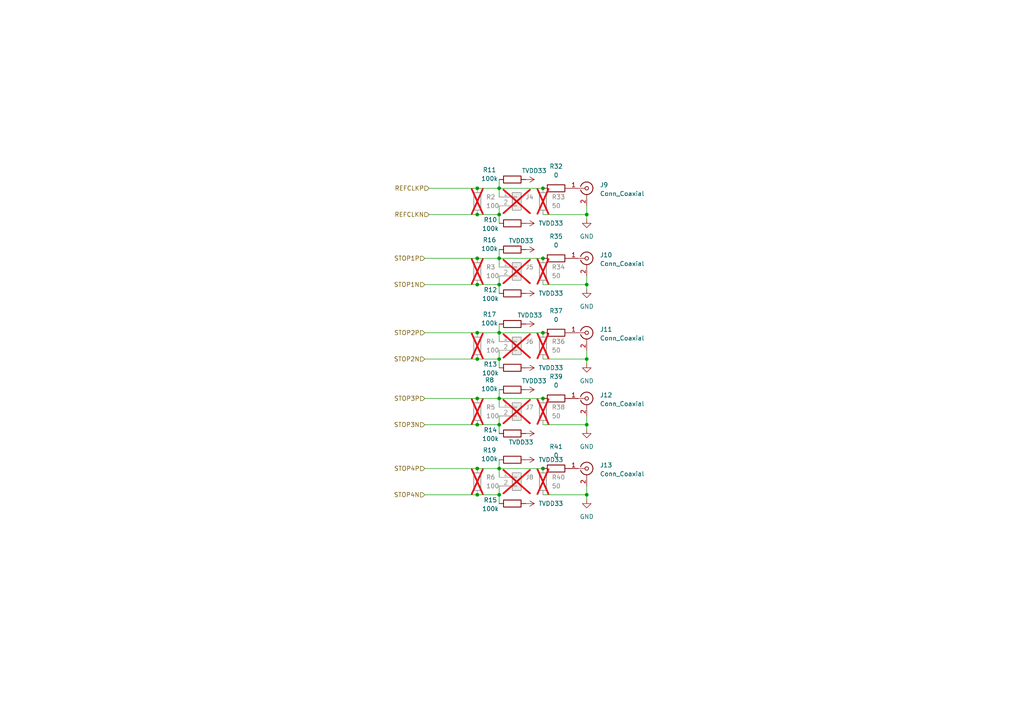
<source format=kicad_sch>
(kicad_sch (version 20231120) (generator "eeschema") (generator_version "8.0")
  (paper "A4")
  (lib_symbols
    (symbol "Connector:Conn_Coaxial" (pin_names (offset 1.016) hide)
      (property "Reference" "J" (at 0.254 3.048 0))
      (property "Value" "Conn_Coaxial" (at 2.921 0 90))
      (symbol "Conn_Coaxial_0_1"
        (arc (start -1.778 -0.508) (mid 0.2311 -1.8066) (end 1.778 0) (stroke (width 0.254)))
        (polyline (pts (xy -2.54 0) (xy -0.508 0)))
        (polyline (pts (xy 0 -2.54) (xy 0 -1.778)))
        (circle (center 0 0) (radius 0.508) (stroke (width 0.2032)))
        (arc (start 1.778 0) (mid 0.2099 1.8101) (end -1.778 0.508) (stroke (width 0.254)))
      )
      (symbol "Conn_Coaxial_1_1"
        (pin passive line (at -5.08 0 0) (length 2.54) (name "In") (number "1"))
        (pin passive line (at 0 -5.08 90) (length 2.54) (name "Ext") (number "2"))
      )
    )
    (symbol "Connector_Generic:Conn_01x02" (pin_names (offset 1.016) hide)
      (property "Reference" "J" (at 0 2.54 0))
      (property "Value" "Conn_01x02" (at 0 -5.08 0))
      (symbol "Conn_01x02_1_1"
        (rectangle (start -1.27 -2.413) (end 0 -2.667) (stroke (width 0.1524)))
        (rectangle (start -1.27 0.127) (end 0 -0.127) (stroke (width 0.1524)))
        (rectangle (start -1.27 1.27) (end 1.27 -3.81) (stroke (width 0.254)) (fill (type background)))
        (pin passive line (at -5.08 0 0) (length 3.81) (name "Pin_1") (number "1"))
        (pin passive line (at -5.08 -2.54 0) (length 3.81) (name "Pin_2") (number "2"))
      )
    )
    (symbol "Device:R" (pin_numbers hide) (pin_names (offset 0))
      (property "Reference" "R" (at 2.032 0 90))
      (property "Value" "R" (at 0 0 90))
      (symbol "R_0_1"
        (rectangle (start -1.016 -2.54) (end 1.016 2.54) (stroke (width 0.254)))
      )
      (symbol "R_1_1"
        (pin passive line (at 0 3.81 270) (length 1.27) (name "~") (number "1"))
        (pin passive line (at 0 -3.81 90) (length 1.27) (name "~") (number "2"))
      )
    )
    (symbol "power:+5C" (power) (pin_numbers hide) (pin_names (offset 0) hide)
      (property "Value" "+5C" (at 0 3.556 0))
      (symbol "+5C_0_1"
        (polyline (pts (xy -0.762 1.27) (xy 0 2.54)))
        (polyline (pts (xy 0 0) (xy 0 2.54)))
        (polyline (pts (xy 0 2.54) (xy 0.762 1.27)))
      )
      (symbol "+5C_1_1"
        (pin power_in line (at 0 0 90) (length 0) (name "~") (number "1"))
      )
    )
    (symbol "power:GND" (power) (pin_numbers hide) (pin_names (offset 0) hide)
      (property "Value" "GND" (at 0 -3.81 0))
      (symbol "GND_0_1"
        (polyline (pts (xy 0 0) (xy 0 -1.27) (xy 1.27 -1.27) (xy 0 -2.54) (xy -1.27 -1.27) (xy 0 -1.27)))
      )
      (symbol "GND_1_1"
        (pin power_in line (at 0 0 270) (length 0) (name "~") (number "1"))
      )
    )
  )
  (junction (at 170.18 82.55))
  (junction (at 157.48 115.57))
  (junction (at 144.78 74.93))
  (junction (at 170.18 143.51))
  (junction (at 138.43 96.52))
  (junction (at 138.43 82.55))
  (junction (at 138.43 123.19))
  (junction (at 138.43 143.51))
  (junction (at 170.18 123.19))
  (junction (at 170.18 104.14))
  (junction (at 144.78 143.51))
  (junction (at 157.48 54.61))
  (junction (at 144.78 82.55))
  (junction (at 144.78 104.14))
  (junction (at 144.78 96.52))
  (junction (at 170.18 62.23))
  (junction (at 144.78 135.89))
  (junction (at 144.78 54.61))
  (junction (at 138.43 54.61))
  (junction (at 138.43 115.57))
  (junction (at 157.48 74.93))
  (junction (at 144.78 115.57))
  (junction (at 157.48 96.52))
  (junction (at 138.43 74.93))
  (junction (at 138.43 135.89))
  (junction (at 138.43 62.23))
  (junction (at 144.78 62.23))
  (junction (at 138.43 104.14))
  (junction (at 157.48 135.89))
  (junction (at 144.78 123.19))
  (wire (pts (xy 157.48 82.55) (xy 170.18 82.55)))
  (wire (pts (xy 157.48 123.19) (xy 170.18 123.19)))
  (wire (pts (xy 144.78 62.23) (xy 144.78 64.77)))
  (wire (pts (xy 144.78 135.89) (xy 157.48 135.89)))
  (wire (pts (xy 123.19 82.55) (xy 138.43 82.55)))
  (wire (pts (xy 144.78 54.61) (xy 144.78 52.07)))
  (wire (pts (xy 144.78 115.57) (xy 144.78 118.11)))
  (wire (pts (xy 170.18 143.51) (xy 170.18 144.78)))
  (wire (pts (xy 144.78 74.93) (xy 138.43 74.93)))
  (wire (pts (xy 170.18 101.6) (xy 170.18 104.14)))
  (wire (pts (xy 157.48 143.51) (xy 170.18 143.51)))
  (wire (pts (xy 123.19 143.51) (xy 138.43 143.51)))
  (wire (pts (xy 144.78 59.69) (xy 144.78 62.23)))
  (wire (pts (xy 144.78 123.19) (xy 144.78 125.73)))
  (wire (pts (xy 144.78 113.03) (xy 144.78 115.57)))
  (wire (pts (xy 144.78 133.35) (xy 144.78 135.89)))
  (wire (pts (xy 124.46 62.23) (xy 138.43 62.23)))
  (wire (pts (xy 144.78 143.51) (xy 138.43 143.51)))
  (wire (pts (xy 170.18 80.01) (xy 170.18 82.55)))
  (wire (pts (xy 144.78 123.19) (xy 138.43 123.19)))
  (wire (pts (xy 170.18 123.19) (xy 170.18 124.46)))
  (wire (pts (xy 123.19 135.89) (xy 138.43 135.89)))
  (wire (pts (xy 144.78 115.57) (xy 138.43 115.57)))
  (wire (pts (xy 144.78 74.93) (xy 157.48 74.93)))
  (wire (pts (xy 144.78 96.52) (xy 138.43 96.52)))
  (wire (pts (xy 144.78 54.61) (xy 138.43 54.61)))
  (wire (pts (xy 170.18 82.55) (xy 170.18 83.82)))
  (wire (pts (xy 144.78 120.65) (xy 144.78 123.19)))
  (wire (pts (xy 123.19 104.14) (xy 138.43 104.14)))
  (wire (pts (xy 144.78 143.51) (xy 144.78 146.05)))
  (wire (pts (xy 144.78 138.43) (xy 144.78 135.89)))
  (wire (pts (xy 144.78 82.55) (xy 138.43 82.55)))
  (wire (pts (xy 170.18 104.14) (xy 170.18 105.41)))
  (wire (pts (xy 170.18 140.97) (xy 170.18 143.51)))
  (wire (pts (xy 123.19 96.52) (xy 138.43 96.52)))
  (wire (pts (xy 144.78 54.61) (xy 157.48 54.61)))
  (wire (pts (xy 123.19 123.19) (xy 138.43 123.19)))
  (wire (pts (xy 157.48 62.23) (xy 170.18 62.23)))
  (wire (pts (xy 123.19 115.57) (xy 138.43 115.57)))
  (wire (pts (xy 124.46 54.61) (xy 138.43 54.61)))
  (wire (pts (xy 144.78 77.47) (xy 144.78 74.93)))
  (wire (pts (xy 144.78 104.14) (xy 144.78 106.68)))
  (wire (pts (xy 144.78 115.57) (xy 157.48 115.57)))
  (wire (pts (xy 157.48 104.14) (xy 170.18 104.14)))
  (wire (pts (xy 144.78 93.98) (xy 144.78 96.52)))
  (wire (pts (xy 144.78 74.93) (xy 144.78 72.39)))
  (wire (pts (xy 170.18 120.65) (xy 170.18 123.19)))
  (wire (pts (xy 144.78 96.52) (xy 157.48 96.52)))
  (wire (pts (xy 144.78 135.89) (xy 138.43 135.89)))
  (wire (pts (xy 170.18 62.23) (xy 170.18 63.5)))
  (wire (pts (xy 123.19 74.93) (xy 138.43 74.93)))
  (wire (pts (xy 144.78 57.15) (xy 144.78 54.61)))
  (wire (pts (xy 144.78 140.97) (xy 144.78 143.51)))
  (wire (pts (xy 170.18 59.69) (xy 170.18 62.23)))
  (wire (pts (xy 144.78 82.55) (xy 144.78 85.09)))
  (wire (pts (xy 144.78 99.06) (xy 144.78 96.52)))
  (wire (pts (xy 144.78 104.14) (xy 144.78 101.6)))
  (wire (pts (xy 144.78 62.23) (xy 138.43 62.23)))
  (wire (pts (xy 138.43 104.14) (xy 144.78 104.14)))
  (wire (pts (xy 144.78 80.01) (xy 144.78 82.55)))
  (hierarchical_label "STOP4N" (shape input) (at 123.19 143.51 180))
  (hierarchical_label "STOP4P" (shape input) (at 123.19 135.89 180))
  (hierarchical_label "STOP1N" (shape input) (at 123.19 82.55 180))
  (hierarchical_label "STOP3N" (shape input) (at 123.19 123.19 180))
  (hierarchical_label "REFCLKN" (shape input) (at 124.46 62.23 180))
  (hierarchical_label "STOP2N" (shape input) (at 123.19 104.14 180))
  (hierarchical_label "STOP1P" (shape input) (at 123.19 74.93 180))
  (hierarchical_label "STOP2P" (shape input) (at 123.19 96.52 180))
  (hierarchical_label "STOP3P" (shape input) (at 123.19 115.57 180))
  (hierarchical_label "REFCLKP" (shape input) (at 124.46 54.61 180))
  (symbol (lib_id "Device:R") (at 148.59 125.73 90) (unit 1)
    (property "Reference" "R14" (at 142.24 124.714 90))
    (property "Value" "100k" (at 142.24 127.254 90))
    (property "Footprint" "Resistor_SMD:R_0603_1608Metric_Pad0.98x0.95mm_HandSolder" (effects (hide yes)))
    (property "Description" "Resistor" (effects (hide yes)))
  )
  (symbol (lib_id "power:+5C") (at 152.4 133.35 270) (unit 1)
    (property "Reference" "#PWR081" (effects (hide yes)))
    (property "Value" "TVDD33" (at 159.766 133.35 90))
    (property "Description" "Power symbol creates a global label with name \"+5C\"" (effects (hide yes)))
  )
  (symbol (lib_id "Device:R") (at 148.59 85.09 90) (unit 1)
    (property "Reference" "R12" (at 142.24 84.074 90))
    (property "Value" "100k" (at 142.24 86.614 90))
    (property "Footprint" "Resistor_SMD:R_0603_1608Metric_Pad0.98x0.95mm_HandSolder" (effects (hide yes)))
    (property "Description" "Resistor" (effects (hide yes)))
  )
  (symbol (lib_id "Connector:Conn_Coaxial") (at 170.18 115.57 0) (unit 1)
    (property "Reference" "J12" (at 173.99 114.5931 0) (effects (justify left)))
    (property "Value" "Conn_Coaxial" (at 173.99 117.1331 0) (effects (justify left)))
    (property "Footprint" "Marcel:SMB_Jack_Vertical_mod" (effects (hide yes)))
    (property "Description" "coaxial connector (BNC, SMA, SMB, SMC, Cinch/RCA, LEMO, ...)" (effects (hide yes)))
  )
  (symbol (lib_id "Device:R") (at 161.29 115.57 90) (unit 1)
    (property "Reference" "R39" (at 161.29 109.22 90))
    (property "Value" "0" (at 161.29 111.76 90))
    (property "Footprint" "Resistor_SMD:R_0603_1608Metric_Pad0.98x0.95mm_HandSolder" (effects (hide yes)))
    (property "Description" "Resistor" (effects (hide yes)))
  )
  (symbol (lib_id "Connector:Conn_Coaxial") (at 170.18 135.89 0) (unit 1)
    (property "Reference" "J13" (at 173.99 134.9131 0) (effects (justify left)))
    (property "Value" "Conn_Coaxial" (at 173.99 137.4531 0) (effects (justify left)))
    (property "Footprint" "Marcel:SMB_Jack_Vertical_mod" (effects (hide yes)))
    (property "Description" "coaxial connector (BNC, SMA, SMB, SMC, Cinch/RCA, LEMO, ...)" (effects (hide yes)))
  )
  (symbol (lib_id "Device:R") (at 148.59 72.39 90) (unit 1)
    (property "Reference" "R16" (at 141.986 69.596 90))
    (property "Value" "100k" (at 141.986 72.136 90))
    (property "Footprint" "Resistor_SMD:R_0603_1608Metric_Pad0.98x0.95mm_HandSolder" (effects (hide yes)))
    (property "Description" "Resistor" (effects (hide yes)))
  )
  (symbol (lib_id "power:GND") (at 170.18 83.82 0) (unit 1)
    (property "Reference" "#PWR022" (effects (hide yes)))
    (property "Value" "GND" (at 170.18 88.9 0))
    (property "Description" "Power symbol creates a global label with name \"GND\" , ground" (effects (hide yes)))
  )
  (symbol (lib_id "Device:R") (at 148.59 133.35 90) (unit 1)
    (property "Reference" "R19" (at 141.986 130.556 90))
    (property "Value" "100k" (at 141.986 133.096 90))
    (property "Footprint" "Resistor_SMD:R_0603_1608Metric_Pad0.98x0.95mm_HandSolder" (effects (hide yes)))
    (property "Description" "Resistor" (effects (hide yes)))
  )
  (symbol (lib_id "Device:R") (at 138.43 78.74 0) (unit 1) (in_bom no) (dnp yes)
    (property "Reference" "R3" (at 140.97 77.4699 0) (effects (justify left)))
    (property "Value" "100" (at 140.97 80.0099 0) (effects (justify left)))
    (property "Footprint" "Resistor_SMD:R_0603_1608Metric_Pad0.98x0.95mm_HandSolder" (effects (hide yes)))
    (property "Description" "Resistor" (effects (hide yes)))
  )
  (symbol (lib_id "power:+5C") (at 152.4 72.39 270) (unit 1)
    (property "Reference" "#PWR078" (effects (hide yes)))
    (property "Value" "TVDD33" (at 151.13 69.85 90))
    (property "Description" "Power symbol creates a global label with name \"+5C\"" (effects (hide yes)))
  )
  (symbol (lib_id "power:+5C") (at 152.4 64.77 270) (unit 1)
    (property "Reference" "#PWR05" (effects (hide yes)))
    (property "Value" "TVDD33" (at 159.766 64.77 90))
    (property "Description" "Power symbol creates a global label with name \"+5C\"" (effects (hide yes)))
  )
  (symbol (lib_id "Device:R") (at 161.29 74.93 90) (unit 1)
    (property "Reference" "R35" (at 161.29 68.58 90))
    (property "Value" "0" (at 161.29 71.12 90))
    (property "Footprint" "Resistor_SMD:R_0603_1608Metric_Pad0.98x0.95mm_HandSolder" (effects (hide yes)))
    (property "Description" "Resistor" (effects (hide yes)))
  )
  (symbol (lib_id "Device:R") (at 148.59 106.68 90) (unit 1)
    (property "Reference" "R13" (at 142.24 105.664 90))
    (property "Value" "100k" (at 142.24 108.204 90))
    (property "Footprint" "Resistor_SMD:R_0603_1608Metric_Pad0.98x0.95mm_HandSolder" (effects (hide yes)))
    (property "Description" "Resistor" (effects (hide yes)))
  )
  (symbol (lib_id "power:+5C") (at 152.4 52.07 270) (unit 1)
    (property "Reference" "#PWR04" (effects (hide yes)))
    (property "Value" "TVDD33" (at 154.94 49.53 90))
    (property "Description" "Power symbol creates a global label with name \"+5C\"" (effects (hide yes)))
  )
  (symbol (lib_id "power:+5C") (at 152.4 106.68 270) (unit 1)
    (property "Reference" "#PWR07" (effects (hide yes)))
    (property "Value" "TVDD33" (at 159.766 106.68 90))
    (property "Description" "Power symbol creates a global label with name \"+5C\"" (effects (hide yes)))
  )
  (symbol (lib_id "Connector:Conn_Coaxial") (at 170.18 96.52 0) (unit 1)
    (property "Reference" "J11" (at 173.99 95.5431 0) (effects (justify left)))
    (property "Value" "Conn_Coaxial" (at 173.99 98.0831 0) (effects (justify left)))
    (property "Footprint" "Marcel:SMB_Jack_Vertical_mod" (effects (hide yes)))
    (property "Description" "coaxial connector (BNC, SMA, SMB, SMC, Cinch/RCA, LEMO, ...)" (effects (hide yes)))
  )
  (symbol (lib_id "Connector:Conn_Coaxial") (at 170.18 74.93 0) (unit 1)
    (property "Reference" "J10" (at 173.99 73.9531 0) (effects (justify left)))
    (property "Value" "Conn_Coaxial" (at 173.99 76.4931 0) (effects (justify left)))
    (property "Footprint" "Marcel:SMB_Jack_Vertical_mod" (effects (hide yes)))
    (property "Description" "coaxial connector (BNC, SMA, SMB, SMC, Cinch/RCA, LEMO, ...)" (effects (hide yes)))
  )
  (symbol (lib_id "Connector:Conn_Coaxial") (at 170.18 54.61 0) (unit 1)
    (property "Reference" "J9" (at 173.99 53.6331 0) (effects (justify left)))
    (property "Value" "Conn_Coaxial" (at 173.99 56.1731 0) (effects (justify left)))
    (property "Footprint" "Marcel:SMB_Jack_Vertical_mod" (effects (hide yes)))
    (property "Description" "coaxial connector (BNC, SMA, SMB, SMC, Cinch/RCA, LEMO, ...)" (effects (hide yes)))
  )
  (symbol (lib_id "Device:R") (at 148.59 64.77 90) (unit 1)
    (property "Reference" "R10" (at 142.24 63.754 90))
    (property "Value" "100k" (at 142.24 66.294 90))
    (property "Footprint" "Resistor_SMD:R_0603_1608Metric_Pad0.98x0.95mm_HandSolder" (effects (hide yes)))
    (property "Description" "Resistor" (effects (hide yes)))
  )
  (symbol (lib_id "Device:R") (at 157.48 78.74 0) (unit 1) (in_bom no) (dnp yes)
    (property "Reference" "R34" (at 160.02 77.4699 0) (effects (justify left)))
    (property "Value" "50" (at 160.02 80.0099 0) (effects (justify left)))
    (property "Footprint" "Resistor_SMD:R_0603_1608Metric_Pad0.98x0.95mm_HandSolder" (effects (hide yes)))
    (property "Description" "Resistor" (effects (hide yes)))
  )
  (symbol (lib_id "Device:R") (at 138.43 139.7 0) (unit 1) (in_bom no) (dnp yes)
    (property "Reference" "R6" (at 140.97 138.4299 0) (effects (justify left)))
    (property "Value" "100" (at 140.97 140.9699 0) (effects (justify left)))
    (property "Footprint" "Resistor_SMD:R_0603_1608Metric_Pad0.98x0.95mm_HandSolder" (effects (hide yes)))
    (property "Description" "Resistor" (effects (hide yes)))
  )
  (symbol (lib_id "Device:R") (at 148.59 52.07 90) (unit 1)
    (property "Reference" "R11" (at 141.986 49.276 90))
    (property "Value" "100k" (at 141.986 51.816 90))
    (property "Footprint" "Resistor_SMD:R_0603_1608Metric_Pad0.98x0.95mm_HandSolder" (effects (hide yes)))
    (property "Description" "Resistor" (effects (hide yes)))
  )
  (symbol (lib_id "power:GND") (at 170.18 105.41 0) (unit 1)
    (property "Reference" "#PWR023" (effects (hide yes)))
    (property "Value" "GND" (at 170.18 110.49 0))
    (property "Description" "Power symbol creates a global label with name \"GND\" , ground" (effects (hide yes)))
  )
  (symbol (lib_id "Device:R") (at 157.48 119.38 0) (unit 1) (in_bom no) (dnp yes)
    (property "Reference" "R38" (at 160.02 118.1099 0) (effects (justify left)))
    (property "Value" "50" (at 160.02 120.6499 0) (effects (justify left)))
    (property "Footprint" "Resistor_SMD:R_0603_1608Metric_Pad0.98x0.95mm_HandSolder" (effects (hide yes)))
    (property "Description" "Resistor" (effects (hide yes)))
  )
  (symbol (lib_id "Device:R") (at 138.43 119.38 0) (unit 1) (in_bom no) (dnp yes)
    (property "Reference" "R5" (at 140.97 118.1099 0) (effects (justify left)))
    (property "Value" "100" (at 140.97 120.6499 0) (effects (justify left)))
    (property "Footprint" "Resistor_SMD:R_0603_1608Metric_Pad0.98x0.95mm_HandSolder" (effects (hide yes)))
    (property "Description" "Resistor" (effects (hide yes)))
  )
  (symbol (lib_id "Device:R") (at 148.59 93.98 90) (unit 1)
    (property "Reference" "R17" (at 141.986 91.186 90))
    (property "Value" "100k" (at 141.986 93.726 90))
    (property "Footprint" "Resistor_SMD:R_0603_1608Metric_Pad0.98x0.95mm_HandSolder" (effects (hide yes)))
    (property "Description" "Resistor" (effects (hide yes)))
  )
  (symbol (lib_id "Device:R") (at 161.29 135.89 90) (unit 1)
    (property "Reference" "R41" (at 161.29 129.54 90))
    (property "Value" "0" (at 161.29 132.08 90))
    (property "Footprint" "Resistor_SMD:R_0603_1608Metric_Pad0.98x0.95mm_HandSolder" (effects (hide yes)))
    (property "Description" "Resistor" (effects (hide yes)))
  )
  (symbol (lib_id "Device:R") (at 138.43 58.42 0) (unit 1) (in_bom no) (dnp yes)
    (property "Reference" "R2" (at 140.97 57.1499 0) (effects (justify left)))
    (property "Value" "100" (at 140.97 59.6899 0) (effects (justify left)))
    (property "Footprint" "Resistor_SMD:R_0603_1608Metric_Pad0.98x0.95mm_HandSolder" (effects (hide yes)))
    (property "Description" "Resistor" (effects (hide yes)))
  )
  (symbol (lib_id "Device:R") (at 157.48 58.42 0) (unit 1) (in_bom no) (dnp yes)
    (property "Reference" "R33" (at 160.02 57.1499 0) (effects (justify left)))
    (property "Value" "50" (at 160.02 59.6899 0) (effects (justify left)))
    (property "Footprint" "Resistor_SMD:R_0603_1608Metric_Pad0.98x0.95mm_HandSolder" (effects (hide yes)))
    (property "Description" "Resistor" (effects (hide yes)))
  )
  (symbol (lib_id "Connector_Generic:Conn_01x02") (at 149.86 57.15 0) (unit 1) (in_bom no) (dnp yes)
    (property "Reference" "J4" (at 152.4 57.1499 0) (effects (justify left)))
    (property "Value" "Conn_01x02" (effects (hide yes)))
    (property "Footprint" "Connector_PinHeader_2.54mm:PinHeader_1x02_P2.54mm_Vertical" (effects (hide yes)))
    (property "Description" "Generic connector, single row, 01x02, script generated (kicad-library-utils/schlib/autogen/connector/)" (effects (hide yes)))
  )
  (symbol (lib_id "power:GND") (at 170.18 124.46 0) (unit 1)
    (property "Reference" "#PWR024" (effects (hide yes)))
    (property "Value" "GND" (at 170.18 129.54 0))
    (property "Description" "Power symbol creates a global label with name \"GND\" , ground" (effects (hide yes)))
  )
  (symbol (lib_id "Device:R") (at 148.59 146.05 90) (unit 1)
    (property "Reference" "R15" (at 142.24 145.034 90))
    (property "Value" "100k" (at 142.24 147.574 90))
    (property "Footprint" "Resistor_SMD:R_0603_1608Metric_Pad0.98x0.95mm_HandSolder" (effects (hide yes)))
    (property "Description" "Resistor" (effects (hide yes)))
  )
  (symbol (lib_id "Device:R") (at 157.48 100.33 0) (unit 1) (in_bom no) (dnp yes)
    (property "Reference" "R36" (at 160.02 99.0599 0) (effects (justify left)))
    (property "Value" "50" (at 160.02 101.5999 0) (effects (justify left)))
    (property "Footprint" "Resistor_SMD:R_0603_1608Metric_Pad0.98x0.95mm_HandSolder" (effects (hide yes)))
    (property "Description" "Resistor" (effects (hide yes)))
  )
  (symbol (lib_id "power:+5C") (at 152.4 125.73 270) (unit 1)
    (property "Reference" "#PWR08" (effects (hide yes)))
    (property "Value" "TVDD33" (at 151.13 128.27 90))
    (property "Description" "Power symbol creates a global label with name \"+5C\"" (effects (hide yes)))
  )
  (symbol (lib_id "power:GND") (at 170.18 144.78 0) (unit 1)
    (property "Reference" "#PWR025" (effects (hide yes)))
    (property "Value" "GND" (at 170.18 149.86 0))
    (property "Description" "Power symbol creates a global label with name \"GND\" , ground" (effects (hide yes)))
  )
  (symbol (lib_id "Connector_Generic:Conn_01x02") (at 149.86 138.43 0) (unit 1) (in_bom no) (dnp yes)
    (property "Reference" "J8" (at 152.4 138.4299 0) (effects (justify left)))
    (property "Value" "Conn_01x02" (effects (hide yes)))
    (property "Footprint" "Connector_PinHeader_2.54mm:PinHeader_1x02_P2.54mm_Vertical" (effects (hide yes)))
    (property "Description" "Generic connector, single row, 01x02, script generated (kicad-library-utils/schlib/autogen/connector/)" (effects (hide yes)))
  )
  (symbol (lib_id "power:+5C") (at 152.4 146.05 270) (unit 1)
    (property "Reference" "#PWR074" (effects (hide yes)))
    (property "Value" "TVDD33" (at 159.766 146.05 90))
    (property "Description" "Power symbol creates a global label with name \"+5C\"" (effects (hide yes)))
  )
  (symbol (lib_id "Connector_Generic:Conn_01x02") (at 149.86 118.11 0) (unit 1) (in_bom no) (dnp yes)
    (property "Reference" "J7" (at 152.4 118.1099 0) (effects (justify left)))
    (property "Value" "Conn_01x02" (effects (hide yes)))
    (property "Footprint" "Connector_PinHeader_2.54mm:PinHeader_1x02_P2.54mm_Vertical" (effects (hide yes)))
    (property "Description" "Generic connector, single row, 01x02, script generated (kicad-library-utils/schlib/autogen/connector/)" (effects (hide yes)))
  )
  (symbol (lib_id "power:+5C") (at 152.4 113.03 270) (unit 1)
    (property "Reference" "#PWR080" (effects (hide yes)))
    (property "Value" "TVDD33" (at 154.94 110.49 90))
    (property "Description" "Power symbol creates a global label with name \"+5C\"" (effects (hide yes)))
  )
  (symbol (lib_id "power:+5C") (at 152.4 93.98 270) (unit 1)
    (property "Reference" "#PWR079" (effects (hide yes)))
    (property "Value" "TVDD33" (at 153.67 91.44 90))
    (property "Description" "Power symbol creates a global label with name \"+5C\"" (effects (hide yes)))
  )
  (symbol (lib_id "Connector_Generic:Conn_01x02") (at 149.86 99.06 0) (unit 1) (in_bom no) (dnp yes)
    (property "Reference" "J6" (at 152.4 99.0599 0) (effects (justify left)))
    (property "Value" "Conn_01x02" (effects (hide yes)))
    (property "Footprint" "Connector_PinHeader_2.54mm:PinHeader_1x02_P2.54mm_Vertical" (effects (hide yes)))
    (property "Description" "Generic connector, single row, 01x02, script generated (kicad-library-utils/schlib/autogen/connector/)" (effects (hide yes)))
  )
  (symbol (lib_id "Device:R") (at 148.59 113.03 90) (unit 1)
    (property "Reference" "R8" (at 141.986 110.236 90))
    (property "Value" "100k" (at 141.986 112.776 90))
    (property "Footprint" "Resistor_SMD:R_0603_1608Metric_Pad0.98x0.95mm_HandSolder" (effects (hide yes)))
    (property "Description" "Resistor" (effects (hide yes)))
  )
  (symbol (lib_id "power:+5C") (at 152.4 85.09 270) (unit 1)
    (property "Reference" "#PWR06" (effects (hide yes)))
    (property "Value" "TVDD33" (at 159.766 85.09 90))
    (property "Description" "Power symbol creates a global label with name \"+5C\"" (effects (hide yes)))
  )
  (symbol (lib_id "power:GND") (at 170.18 63.5 0) (unit 1)
    (property "Reference" "#PWR03" (effects (hide yes)))
    (property "Value" "GND" (at 170.18 68.58 0))
    (property "Description" "Power symbol creates a global label with name \"GND\" , ground" (effects (hide yes)))
  )
  (symbol (lib_id "Connector_Generic:Conn_01x02") (at 149.86 77.47 0) (unit 1) (in_bom no) (dnp yes)
    (property "Reference" "J5" (at 152.4 77.4699 0) (effects (justify left)))
    (property "Value" "Conn_01x02" (effects (hide yes)))
    (property "Footprint" "Connector_PinHeader_2.54mm:PinHeader_1x02_P2.54mm_Vertical" (effects (hide yes)))
    (property "Description" "Generic connector, single row, 01x02, script generated (kicad-library-utils/schlib/autogen/connector/)" (effects (hide yes)))
  )
  (symbol (lib_id "Device:R") (at 138.43 100.33 0) (unit 1) (in_bom no) (dnp yes)
    (property "Reference" "R4" (at 140.97 99.0599 0) (effects (justify left)))
    (property "Value" "100" (at 140.97 101.5999 0) (effects (justify left)))
    (property "Footprint" "Resistor_SMD:R_0603_1608Metric_Pad0.98x0.95mm_HandSolder" (effects (hide yes)))
    (property "Description" "Resistor" (effects (hide yes)))
  )
  (symbol (lib_id "Device:R") (at 161.29 54.61 90) (unit 1)
    (property "Reference" "R32" (at 161.29 48.26 90))
    (property "Value" "0" (at 161.29 50.8 90))
    (property "Footprint" "Resistor_SMD:R_0603_1608Metric_Pad0.98x0.95mm_HandSolder" (effects (hide yes)))
    (property "Description" "Resistor" (effects (hide yes)))
  )
  (symbol (lib_id "Device:R") (at 157.48 139.7 0) (unit 1) (in_bom no) (dnp yes)
    (property "Reference" "R40" (at 160.02 138.4299 0) (effects (justify left)))
    (property "Value" "50" (at 160.02 140.9699 0) (effects (justify left)))
    (property "Footprint" "Resistor_SMD:R_0603_1608Metric_Pad0.98x0.95mm_HandSolder" (effects (hide yes)))
    (property "Description" "Resistor" (effects (hide yes)))
  )
  (symbol (lib_id "Device:R") (at 161.29 96.52 90) (unit 1)
    (property "Reference" "R37" (at 161.29 90.17 90))
    (property "Value" "0" (at 161.29 92.71 90))
    (property "Footprint" "Resistor_SMD:R_0603_1608Metric_Pad0.98x0.95mm_HandSolder" (effects (hide yes)))
    (property "Description" "Resistor" (effects (hide yes)))
  )
)
</source>
